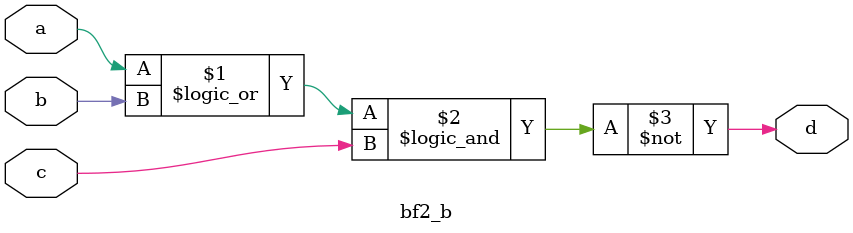
<source format=v>
module bf2_a(
    input a,
    input b,
    input c,

    output d
);

assign d = ( (~a && ~b) || ~c);

endmodule


// (B)
module bf2_b(
    input a,
    input b,
    input c,

    output d
);

assign d = ~((a || b) && c);

endmodule
</source>
